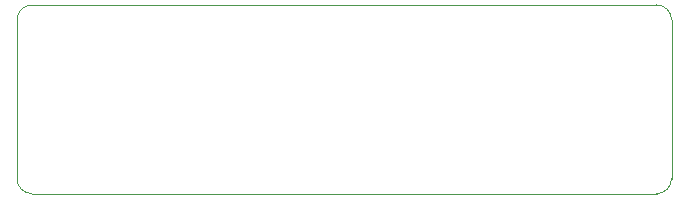
<source format=gbo>
G04*
G04 #@! TF.GenerationSoftware,Altium Limited,Altium Designer,20.0.12 (288)*
G04*
G04 Layer_Color=32896*
%FSLAX25Y25*%
%MOIN*%
G70*
G01*
G75*
%ADD10C,0.00394*%
D10*
X482244Y395984D02*
G03*
X477244Y400984I-5000J0D01*
G01*
Y338071D02*
G03*
X482244Y343071I0J5000D01*
G01*
X264055D02*
G03*
X269055Y338071I5000J0D01*
G01*
Y400984D02*
G03*
X264055Y395984I0J-5000D01*
G01*
X370118Y400984D02*
X477244D01*
X482244Y343071D02*
Y395984D01*
X269055Y338071D02*
X477244D01*
X264055Y343071D02*
Y395984D01*
X269055Y400984D02*
X370118D01*
M02*

</source>
